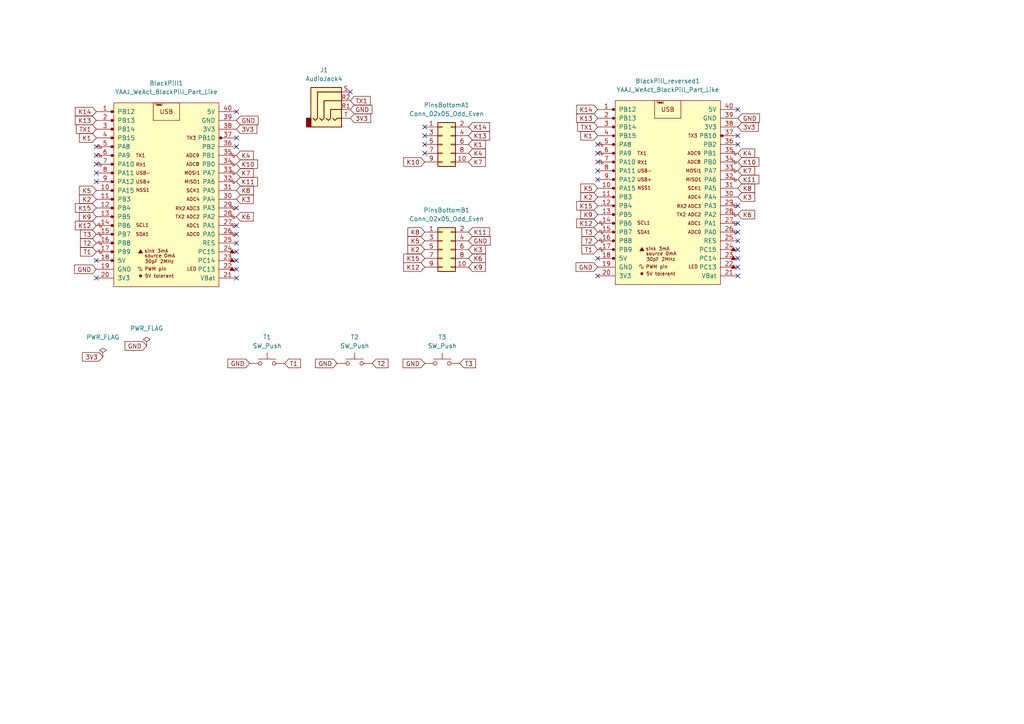
<source format=kicad_sch>
(kicad_sch (version 20211123) (generator eeschema)
  (paper "A4")
  (title_block (title "The Vonreg Keyboard: bottom part") (rev "0.1") (company "Appman"))
  (lib_symbols
    (symbol "Connector:AudioJack4"
      (property "Reference" "J" (at 0 8.89 0))
      (property "Value" "AudioJack4" (at 0 6.35 0))
      (symbol "AudioJack4_0_1"
        (rectangle (start -6.35 -5.08) (end -7.62 -7.62) (stroke (width 0.254)) (fill (type outline)))
        (polyline (pts (xy 0 -5.08) (xy 0.635 -5.715) (xy 1.27 -5.08) (xy 2.54 -5.08)) (stroke (width 0.254)))
        (polyline (pts (xy -5.715 -5.08) (xy -5.08 -5.715) (xy -4.445 -5.08) (xy -4.445 2.54) (xy 2.54 2.54)) (stroke (width 0.254)))
        (polyline (pts (xy -1.905 -5.08) (xy -1.27 -5.715) (xy -0.635 -5.08) (xy -0.635 -2.54) (xy 2.54 -2.54)) (stroke (width 0.254)))
        (polyline (pts (xy 2.54 0) (xy -2.54 0) (xy -2.54 -5.08) (xy -3.175 -5.715) (xy -3.81 -5.08)) (stroke (width 0.254)))
        (rectangle (start 2.54 3.81) (end -6.35 -7.62) (stroke (width 0.254)) (fill (type background)))
      )
      (symbol "AudioJack4_1_1"
        (pin passive line (at 5.08 -2.54 180) (length 2.54) (name "~") (number "R1"))
        (pin passive line (at 5.08 0 180) (length 2.54) (name "~") (number "R2"))
        (pin passive line (at 5.08 2.54 180) (length 2.54) (name "~") (number "S"))
        (pin passive line (at 5.08 -5.08 180) (length 2.54) (name "~") (number "T"))
      )
    )
    (symbol "Connector_Generic:Conn_02x05_Odd_Even" (pin_names (offset 1.016) hide)
      (property "Reference" "J" (at 1.27 7.62 0))
      (property "Value" "Conn_02x05_Odd_Even" (at 1.27 -7.62 0))
      (symbol "Conn_02x05_Odd_Even_1_1"
        (rectangle (start -1.27 -4.953) (end 0 -5.207) (stroke (width 0.1524)))
        (rectangle (start -1.27 -2.413) (end 0 -2.667) (stroke (width 0.1524)))
        (rectangle (start -1.27 0.127) (end 0 -0.127) (stroke (width 0.1524)))
        (rectangle (start -1.27 2.667) (end 0 2.413) (stroke (width 0.1524)))
        (rectangle (start -1.27 5.207) (end 0 4.953) (stroke (width 0.1524)))
        (rectangle (start -1.27 6.35) (end 3.81 -6.35) (stroke (width 0.254)) (fill (type background)))
        (rectangle (start 3.81 -4.953) (end 2.54 -5.207) (stroke (width 0.1524)))
        (rectangle (start 3.81 -2.413) (end 2.54 -2.667) (stroke (width 0.1524)))
        (rectangle (start 3.81 0.127) (end 2.54 -0.127) (stroke (width 0.1524)))
        (rectangle (start 3.81 2.667) (end 2.54 2.413) (stroke (width 0.1524)))
        (rectangle (start 3.81 5.207) (end 2.54 4.953) (stroke (width 0.1524)))
        (pin passive line (at -5.08 5.08 0) (length 3.81) (name "Pin_1") (number "1"))
        (pin passive line (at 7.62 -5.08 180) (length 3.81) (name "Pin_10") (number "10"))
        (pin passive line (at 7.62 5.08 180) (length 3.81) (name "Pin_2") (number "2"))
        (pin passive line (at -5.08 2.54 0) (length 3.81) (name "Pin_3") (number "3"))
        (pin passive line (at 7.62 2.54 180) (length 3.81) (name "Pin_4") (number "4"))
        (pin passive line (at -5.08 0 0) (length 3.81) (name "Pin_5") (number "5"))
        (pin passive line (at 7.62 0 180) (length 3.81) (name "Pin_6") (number "6"))
        (pin passive line (at -5.08 -2.54 0) (length 3.81) (name "Pin_7") (number "7"))
        (pin passive line (at 7.62 -2.54 180) (length 3.81) (name "Pin_8") (number "8"))
        (pin passive line (at -5.08 -5.08 0) (length 3.81) (name "Pin_9") (number "9"))
      )
    )
    (symbol "Switch:SW_Push" (pin_numbers hide) (pin_names (offset 1.016) hide)
      (property "Reference" "SW" (at 1.27 2.54 0))
      (property "Value" "SW_Push" (at 0 -1.524 0))
      (symbol "SW_Push_0_1"
        (circle (center -2.032 0) (radius 0.508))
        (polyline (pts (xy 0 1.27) (xy 0 3.048)))
        (polyline (pts (xy 2.54 1.27) (xy -2.54 1.27)))
        (circle (center 2.032 0) (radius 0.508))
        (pin passive line (at -5.08 0 0) (length 2.54) (name "1") (number "1"))
        (pin passive line (at 5.08 0 180) (length 2.54) (name "2") (number "2"))
      )
    )
    (symbol "blackpill:YAAJ_WeAct_BlackPill_Part_Like" (pin_names (offset 1.016))
      (property "Reference" "U" (at -12.7 27.94 0))
      (property "Value" "YAAJ_WeAct_BlackPill_Part_Like" (at 0 2.54 90))
      (symbol "YAAJ_WeAct_BlackPill_Part_Like_0_0"
        (circle (center -15.748 -20.32) (radius 0.3556) (fill (type outline)))
        (circle (center -15.748 -17.78) (radius 0.3556) (fill (type outline)))
        (circle (center -15.748 -15.24) (radius 0.3556) (fill (type outline)))
        (circle (center -15.748 -12.7) (radius 0.3556) (fill (type outline)))
        (circle (center -15.748 -10.16) (radius 0.3556) (fill (type outline)))
        (circle (center -15.748 -7.62) (radius 0.3556) (fill (type outline)))
        (circle (center -15.748 -5.08) (radius 0.3556) (fill (type outline)))
        (circle (center -15.748 -2.54) (radius 0.3556) (fill (type outline)))
        (circle (center -15.748 0) (radius 0.3556) (fill (type outline)))
        (circle (center -15.748 2.54) (radius 0.3556) (fill (type outline)))
        (circle (center -15.748 5.08) (radius 0.3556) (fill (type outline)))
        (circle (center -15.748 7.62) (radius 0.3556) (fill (type outline)))
        (circle (center -15.748 10.16) (radius 0.3556) (fill (type outline)))
        (circle (center -15.748 12.7) (radius 0.3556) (fill (type outline)))
        (circle (center -15.748 15.24) (radius 0.3556) (fill (type outline)))
        (circle (center -15.748 17.78) (radius 0.3556) (fill (type outline)))
        (circle (center -15.748 22.86) (radius 0.3556) (fill (type outline)))
        (circle (center -7.493 -24.765) (radius 0.127) (fill (type outline)))
        (circle (center -7.493 -24.765) (radius 0.254))
        (circle (center -7.493 -24.765) (radius 0.3556))
        (polyline (pts (xy -8.128 -18.161) (xy -7.493 -17.145) (xy -6.858 -18.161) (xy -8.128 -18.161) (xy -7.493 -17.272) (xy -6.985 -18.161) (xy -8.001 -18.034) (xy -7.493 -17.399) (xy -7.112 -18.161) (xy -7.874 -17.907) (xy -7.366 -17.526) (xy -7.239 -18.161) (xy -7.747 -17.78) (xy -7.239 -17.653) (xy -7.366 -18.034) (xy -7.62 -17.78) (xy -7.366 -17.907) (xy -7.493 -17.653)))
        (polyline (pts (xy 18.415 -23.241) (xy 19.05 -22.225) (xy 19.685 -23.241) (xy 18.415 -23.241) (xy 19.05 -22.352) (xy 19.558 -23.241) (xy 18.542 -23.114) (xy 19.05 -22.479) (xy 19.431 -23.241) (xy 18.669 -22.987) (xy 19.177 -22.606) (xy 19.304 -23.241) (xy 18.796 -22.86) (xy 19.304 -22.733) (xy 19.177 -23.114) (xy 18.923 -22.86) (xy 19.177 -22.987) (xy 19.05 -22.733)))
        (polyline (pts (xy 18.415 -20.701) (xy 19.05 -19.685) (xy 19.685 -20.701) (xy 18.415 -20.701) (xy 19.05 -19.812) (xy 19.558 -20.701) (xy 18.542 -20.574) (xy 19.05 -19.939) (xy 19.431 -20.701) (xy 18.669 -20.447) (xy 19.177 -20.066) (xy 19.304 -20.701) (xy 18.796 -20.32) (xy 19.304 -20.193) (xy 19.177 -20.574) (xy 18.923 -20.32) (xy 19.177 -20.447) (xy 19.05 -20.193)))
        (polyline (pts (xy 18.415 -18.161) (xy 19.05 -17.145) (xy 19.685 -18.161) (xy 18.415 -18.161) (xy 19.05 -17.272) (xy 19.558 -18.161) (xy 18.542 -18.034) (xy 19.05 -17.399) (xy 19.431 -18.161) (xy 18.669 -17.907) (xy 19.177 -17.526) (xy 19.304 -18.161) (xy 18.796 -17.78) (xy 19.304 -17.653) (xy 19.177 -18.034) (xy 18.923 -17.78) (xy 19.177 -17.907) (xy 19.05 -17.653)))
        (circle (center 15.748 15.24) (radius 0.254) (fill (type outline)))
        (circle (center 15.748 15.24) (radius 0.3556))
        (text "30pF 2MHz" (at -2.032 -20.574 0) (effects (font (size 0.9906 0.9906))))
        (text "5V tolerant" (at -2.032 -24.765 0) (effects (font (size 0.9906 0.9906))))
        (text "ADC0" (at 7.747 -12.7 0) (effects (font (size 0.9906 0.9906))))
        (text "ADC1" (at 7.747 -10.16 0) (effects (font (size 0.9906 0.9906))))
        (text "ADC2" (at 7.747 -7.62 0) (effects (font (size 0.9906 0.9906))))
        (text "ADC3" (at 7.747 -5.207 0) (effects (font (size 0.9906 0.9906))))
        (text "ADC4" (at 7.747 -2.54 0) (effects (font (size 0.9906 0.9906))))
        (text "ADC8" (at 7.62 7.62 0) (effects (font (size 0.9906 0.9906))))
        (text "ADC9" (at 7.62 10.16 0) (effects (font (size 0.9906 0.9906))))
        (text "LED" (at 7.366 -22.733 0) (effects (font (size 0.9906 0.9906))))
        (text "MISO1" (at 7.493 2.54 0) (effects (font (size 0.9906 0.9906))))
        (text "MOSI1" (at 7.493 5.08 0) (effects (font (size 0.9906 0.9906))))
        (text "NSS1" (at -6.858 0.127 0) (effects (font (size 0.9906 0.9906))))
        (text "PWM pin" (at -3.175 -22.733 0) (effects (font (size 0.9906 0.9906))))
        (text "RX1" (at -7.366 7.493 0) (effects (font (size 0.9906 0.9906))))
        (text "RX2" (at 4.064 -5.207 0) (effects (font (size 0.9906 0.9906))))
        (text "SCK1" (at 7.747 0 0) (effects (font (size 0.9906 0.9906))))
        (text "SCL1" (at -6.985 -10.033 0) (effects (font (size 0.9906 0.9906))))
        (text "SDA1" (at -6.985 -12.7 0) (effects (font (size 0.9906 0.9906))))
        (text "sink 3mA" (at -2.921 -17.526 0) (effects (font (size 0.9906 0.9906))))
        (text "source 0mA" (at -1.905 -18.923 0) (effects (font (size 0.9906 0.9906))))
        (text "TX1" (at -7.493 10.16 0) (effects (font (size 0.9906 0.9906))))
        (text "TX2" (at 3.937 -7.62 0) (effects (font (size 0.9906 0.9906))))
        (text "TX3" (at 7.239 15.24 0) (effects (font (size 0.9906 0.9906))))
        (text "USB" (at 0 22.86 0) (effects (font (size 1.27 1.27))))
        (text "USB+" (at -6.731 2.54 0) (effects (font (size 0.9906 0.9906))))
        (text "USB-" (at -6.731 5.08 0) (effects (font (size 0.9906 0.9906))))
        (text "Y@@J" (at -2.159 24.892 0) (effects (font (size 0.508 0.508))))
      )
      (symbol "YAAJ_WeAct_BlackPill_Part_Like_0_1"
        (rectangle (start -15.24 25.4) (end 15.24 -27.94) (fill (type background)))
        (polyline (pts (xy -18.796 -17.78) (xy -18.796 -18.288) (xy -19.304 -18.288) (xy -19.304 -17.272) (xy -19.812 -17.272) (xy -19.812 -17.78)))
        (polyline (pts (xy -18.796 -15.24) (xy -18.796 -15.748) (xy -19.304 -15.748) (xy -19.304 -14.732) (xy -19.812 -14.732) (xy -19.812 -15.24)))
        (polyline (pts (xy -18.796 -12.7) (xy -18.796 -13.208) (xy -19.304 -13.208) (xy -19.304 -12.192) (xy -19.812 -12.192) (xy -19.812 -12.7)))
        (polyline (pts (xy -18.796 -10.16) (xy -18.796 -10.668) (xy -19.304 -10.668) (xy -19.304 -9.652) (xy -19.812 -9.652) (xy -19.812 -10.16)))
        (polyline (pts (xy -18.796 7.62) (xy -18.796 7.112) (xy -19.304 7.112) (xy -19.304 8.128) (xy -19.812 8.128) (xy -19.812 7.62)))
        (polyline (pts (xy -18.796 10.16) (xy -18.796 9.652) (xy -19.304 9.652) (xy -19.304 10.668) (xy -19.812 10.668) (xy -19.812 10.16)))
        (polyline (pts (xy -18.796 12.7) (xy -18.796 12.192) (xy -19.304 12.192) (xy -19.304 13.208) (xy -19.812 13.208) (xy -19.812 12.7)))
        (polyline (pts (xy -7.112 -22.733) (xy -7.112 -23.241) (xy -7.62 -23.241) (xy -7.62 -22.225) (xy -8.128 -22.225) (xy -8.128 -22.733)))
        (polyline (pts (xy 19.812 -12.7) (xy 19.812 -13.208) (xy 19.304 -13.208) (xy 19.304 -12.192) (xy 18.796 -12.192) (xy 18.796 -12.7)))
        (polyline (pts (xy 19.812 -10.16) (xy 19.812 -10.668) (xy 19.304 -10.668) (xy 19.304 -9.652) (xy 18.796 -9.652) (xy 18.796 -10.16)))
        (polyline (pts (xy 19.812 -7.62) (xy 19.812 -8.128) (xy 19.304 -8.128) (xy 19.304 -7.112) (xy 18.796 -7.112) (xy 18.796 -7.62)))
        (polyline (pts (xy 19.812 -5.08) (xy 19.812 -5.588) (xy 19.304 -5.588) (xy 19.304 -4.572) (xy 18.796 -4.572) (xy 18.796 -5.08)))
        (polyline (pts (xy 19.812 2.54) (xy 19.812 2.032) (xy 19.304 2.032) (xy 19.304 3.048) (xy 18.796 3.048) (xy 18.796 2.54)))
        (polyline (pts (xy 19.812 5.08) (xy 19.812 4.572) (xy 19.304 4.572) (xy 19.304 5.588) (xy 18.796 5.588) (xy 18.796 5.08)))
        (polyline (pts (xy 19.812 7.62) (xy 19.812 7.112) (xy 19.304 7.112) (xy 19.304 8.128) (xy 18.796 8.128) (xy 18.796 7.62)))
        (polyline (pts (xy 19.812 10.16) (xy 19.812 9.652) (xy 19.304 9.652) (xy 19.304 10.668) (xy 18.796 10.668) (xy 18.796 10.16)))
        (rectangle (start 3.81 25.4) (end -3.81 20.32))
      )
      (symbol "YAAJ_WeAct_BlackPill_Part_Like_1_1"
        (circle (center -15.748 20.32) (radius 0.3556) (fill (type outline)))
        (pin bidirectional line (at -20.32 22.86 0) (length 5.08) (name "PB12") (number "1"))
        (pin bidirectional line (at -20.32 0 0) (length 5.08) (name "PA15") (number "10"))
        (pin bidirectional line (at -20.32 -2.54 0) (length 5.08) (name "PB3") (number "11"))
        (pin bidirectional line (at -20.32 -5.08 0) (length 5.08) (name "PB4") (number "12"))
        (pin bidirectional line (at -20.32 -7.62 0) (length 5.08) (name "PB5") (number "13"))
        (pin bidirectional line (at -20.32 -10.16 0) (length 5.08) (name "PB6") (number "14"))
        (pin bidirectional line (at -20.32 -12.7 0) (length 5.08) (name "PB7") (number "15"))
        (pin bidirectional line (at -20.32 -15.24 0) (length 5.08) (name "PB8") (number "16"))
        (pin bidirectional line (at -20.32 -17.78 0) (length 5.08) (name "PB9") (number "17"))
        (pin power_in line (at -20.32 -20.32 0) (length 5.08) (name "5V") (number "18"))
        (pin power_in line (at -20.32 -22.86 0) (length 5.08) (name "GND") (number "19"))
        (pin bidirectional line (at -20.32 20.32 0) (length 5.08) (name "PB13") (number "2"))
        (pin power_in line (at -20.32 -25.4 0) (length 5.08) (name "3V3") (number "20"))
        (pin power_in line (at 20.32 -25.4 180) (length 5.08) (name "VBat") (number "21"))
        (pin bidirectional line (at 20.32 -22.86 180) (length 5.08) (name "PC13") (number "22"))
        (pin bidirectional line (at 20.32 -20.32 180) (length 5.08) (name "PC14") (number "23"))
        (pin bidirectional line (at 20.32 -17.78 180) (length 5.08) (name "PC15") (number "24"))
        (pin input line (at 20.32 -15.24 180) (length 5.08) (name "RES") (number "25"))
        (pin bidirectional line (at 20.32 -12.7 180) (length 5.08) (name "PA0") (number "26"))
        (pin bidirectional line (at 20.32 -10.16 180) (length 5.08) (name "PA1") (number "27"))
        (pin bidirectional line (at 20.32 -7.62 180) (length 5.08) (name "PA2") (number "28"))
        (pin bidirectional line (at 20.32 -5.08 180) (length 5.08) (name "PA3") (number "29"))
        (pin bidirectional line (at -20.32 17.78 0) (length 5.08) (name "PB14") (number "3"))
        (pin bidirectional line (at 20.32 -2.54 180) (length 5.08) (name "PA4") (number "30"))
        (pin bidirectional line (at 20.32 0 180) (length 5.08) (name "PA5") (number "31"))
        (pin bidirectional line (at 20.32 2.54 180) (length 5.08) (name "PA6") (number "32"))
        (pin bidirectional line (at 20.32 5.08 180) (length 5.08) (name "PA7") (number "33"))
        (pin bidirectional line (at 20.32 7.62 180) (length 5.08) (name "PB0") (number "34"))
        (pin bidirectional line (at 20.32 10.16 180) (length 5.08) (name "PB1") (number "35"))
        (pin bidirectional line (at 20.32 12.7 180) (length 5.08) (name "PB2") (number "36"))
        (pin bidirectional line (at 20.32 15.24 180) (length 5.08) (name "PB10") (number "37"))
        (pin power_in line (at 20.32 17.78 180) (length 5.08) (name "3V3") (number "38"))
        (pin power_in line (at 20.32 20.32 180) (length 5.08) (name "GND") (number "39"))
        (pin bidirectional line (at -20.32 15.24 0) (length 5.08) (name "PB15") (number "4"))
        (pin power_in line (at 20.32 22.86 180) (length 5.08) (name "5V") (number "40"))
        (pin bidirectional line (at -20.32 12.7 0) (length 5.08) (name "PA8") (number "5"))
        (pin bidirectional line (at -20.32 10.16 0) (length 5.08) (name "PA9") (number "6"))
        (pin bidirectional line (at -20.32 7.62 0) (length 5.08) (name "PA10") (number "7"))
        (pin bidirectional line (at -20.32 5.08 0) (length 5.08) (name "PA11") (number "8"))
        (pin bidirectional line (at -20.32 2.54 0) (length 5.08) (name "PA12") (number "9"))
      )
    )
    (symbol "power:PWR_FLAG" (power) (pin_numbers hide) (pin_names (offset 0) hide)
      (property "Value" "PWR_FLAG" (at 0 3.81 0))
      (symbol "PWR_FLAG_0_0"
        (pin power_out line (at 0 0 90) (length 0) (name "pwr") (number "1"))
      )
      (symbol "PWR_FLAG_0_1"
        (polyline (pts (xy 0 0) (xy 0 1.27) (xy -1.016 1.905) (xy 0 2.54) (xy 1.016 1.905) (xy 0 1.27)))
      )
    )
  )
  (no_connect (at 27.94 75.565))
  (no_connect (at 68.58 80.645))
  (no_connect (at 68.58 42.545))
  (no_connect (at 68.58 75.565))
  (no_connect (at 68.58 67.945))
  (no_connect (at 68.58 65.405))
  (no_connect (at 68.58 40.005))
  (no_connect (at 213.995 72.39))
  (no_connect (at 213.995 77.47))
  (no_connect (at 213.995 80.01))
  (no_connect (at 27.94 45.085))
  (no_connect (at 173.355 74.93))
  (no_connect (at 213.995 31.75))
  (no_connect (at 27.94 47.625))
  (no_connect (at 173.355 46.99))
  (no_connect (at 213.995 64.77))
  (no_connect (at 173.355 52.07))
  (no_connect (at 68.58 78.105))
  (no_connect (at 213.995 74.93))
  (no_connect (at 213.995 69.85))
  (no_connect (at 173.355 41.91))
  (no_connect (at 68.58 73.025))
  (no_connect (at 213.995 59.69))
  (no_connect (at 213.995 39.37))
  (no_connect (at 27.94 50.165))
  (no_connect (at 68.58 70.485))
  (no_connect (at 27.94 80.645))
  (no_connect (at 213.995 67.31))
  (no_connect (at 173.355 49.53))
  (no_connect (at 213.995 41.91))
  (no_connect (at 123.19 44.45))
  (no_connect (at 123.19 36.83))
  (no_connect (at 123.19 39.37))
  (no_connect (at 123.19 41.91))
  (no_connect (at 68.58 32.385))
  (no_connect (at 68.58 60.325))
  (no_connect (at 101.6 26.67))
  (no_connect (at 27.94 52.705))
  (no_connect (at 173.355 44.45))
  (no_connect (at 173.355 80.01))
  (no_connect (at 27.94 42.545))
  (global_label "K2" (shape input) (at 27.94 57.785 180) (property "Intersheet References" "${INTERSHEET_REFS}" (effects hide)))
  (global_label "GND" (shape input) (at 72.39 105.41 180) (property "Intersheet References" "${INTERSHEET_REFS}" (effects hide)))
  (global_label "K11" (shape input) (at 135.89 67.31 0) (property "Intersheet References" "${INTERSHEET_REFS}" (effects hide)))
  (global_label "K6" (shape input) (at 135.89 74.93 0) (property "Intersheet References" "${INTERSHEET_REFS}" (effects hide)))
  (global_label "TX1" (shape input) (at 101.6 29.21 0) (property "Intersheet References" "${INTERSHEET_REFS}" (effects hide)))
  (global_label "T2" (shape input) (at 173.355 69.85 180) (property "Intersheet References" "${INTERSHEET_REFS}" (effects hide)))
  (global_label "K13" (shape input) (at 173.355 34.29 180) (property "Intersheet References" "${INTERSHEET_REFS}" (effects hide)))
  (global_label "K13" (shape input) (at 27.94 34.925 180) (property "Intersheet References" "${INTERSHEET_REFS}" (effects hide)))
  (global_label "3V3" (shape input) (at 29.845 103.505 180) (property "Intersheet References" "${INTERSHEET_REFS}" (effects hide)))
  (global_label "T1" (shape input) (at 173.355 72.39 180) (property "Intersheet References" "${INTERSHEET_REFS}" (effects hide)))
  (global_label "K4" (shape input) (at 135.89 44.45 0) (property "Intersheet References" "${INTERSHEET_REFS}" (effects hide)))
  (global_label "K8" (shape input) (at 68.58 55.245 0) (property "Intersheet References" "${INTERSHEET_REFS}" (effects hide)))
  (global_label "T3" (shape input) (at 27.94 67.945 180) (property "Intersheet References" "${INTERSHEET_REFS}" (effects hide)))
  (global_label "K8" (shape input) (at 213.995 54.61 0) (property "Intersheet References" "${INTERSHEET_REFS}" (effects hide)))
  (global_label "K12" (shape input) (at 123.19 77.47 180) (property "Intersheet References" "${INTERSHEET_REFS}" (effects hide)))
  (global_label "K9" (shape input) (at 135.89 77.47 0) (property "Intersheet References" "${INTERSHEET_REFS}" (effects hide)))
  (global_label "K15" (shape input) (at 123.19 74.93 180) (property "Intersheet References" "${INTERSHEET_REFS}" (effects hide)))
  (global_label "K4" (shape input) (at 213.995 44.45 0) (property "Intersheet References" "${INTERSHEET_REFS}" (effects hide)))
  (global_label "T2" (shape input) (at 107.95 105.41 0) (property "Intersheet References" "${INTERSHEET_REFS}" (effects hide)))
  (global_label "K1" (shape input) (at 173.355 39.37 180) (property "Intersheet References" "${INTERSHEET_REFS}" (effects hide)))
  (global_label "K2" (shape input) (at 173.355 57.15 180) (property "Intersheet References" "${INTERSHEET_REFS}" (effects hide)))
  (global_label "K3" (shape input) (at 213.995 57.15 0) (property "Intersheet References" "${INTERSHEET_REFS}" (effects hide)))
  (global_label "GND" (shape input) (at 213.995 34.29 0) (property "Intersheet References" "${INTERSHEET_REFS}" (effects hide)))
  (global_label "TX1" (shape input) (at 173.355 36.83 180) (property "Intersheet References" "${INTERSHEET_REFS}" (effects hide)))
  (global_label "GND" (shape input) (at 135.89 69.85 0) (property "Intersheet References" "${INTERSHEET_REFS}" (effects hide)))
  (global_label "K2" (shape input) (at 123.19 72.39 180) (property "Intersheet References" "${INTERSHEET_REFS}" (effects hide)))
  (global_label "K3" (shape input) (at 68.58 57.785 0) (property "Intersheet References" "${INTERSHEET_REFS}" (effects hide)))
  (global_label "K12" (shape input) (at 173.355 64.77 180) (property "Intersheet References" "${INTERSHEET_REFS}" (effects hide)))
  (global_label "T3" (shape input) (at 173.355 67.31 180) (property "Intersheet References" "${INTERSHEET_REFS}" (effects hide)))
  (global_label "K15" (shape input) (at 173.355 59.69 180) (property "Intersheet References" "${INTERSHEET_REFS}" (effects hide)))
  (global_label "K11" (shape input) (at 68.58 52.705 0) (property "Intersheet References" "${INTERSHEET_REFS}" (effects hide)))
  (global_label "3V3" (shape input) (at 101.6 34.29 0) (property "Intersheet References" "${INTERSHEET_REFS}" (effects hide)))
  (global_label "K5" (shape input) (at 173.355 54.61 180) (property "Intersheet References" "${INTERSHEET_REFS}" (effects hide)))
  (global_label "K11" (shape input) (at 213.995 52.07 0) (property "Intersheet References" "${INTERSHEET_REFS}" (effects hide)))
  (global_label "K1" (shape input) (at 27.94 40.005 180) (property "Intersheet References" "${INTERSHEET_REFS}" (effects hide)))
  (global_label "K14" (shape input) (at 135.89 36.83 0) (property "Intersheet References" "${INTERSHEET_REFS}" (effects hide)))
  (global_label "K1" (shape input) (at 135.89 41.91 0) (property "Intersheet References" "${INTERSHEET_REFS}" (effects hide)))
  (global_label "T1" (shape input) (at 27.94 73.025 180) (property "Intersheet References" "${INTERSHEET_REFS}" (effects hide)))
  (global_label "GND" (shape input) (at 97.79 105.41 180) (property "Intersheet References" "${INTERSHEET_REFS}" (effects hide)))
  (global_label "K6" (shape input) (at 68.58 62.865 0) (property "Intersheet References" "${INTERSHEET_REFS}" (effects hide)))
  (global_label "K5" (shape input) (at 27.94 55.245 180) (property "Intersheet References" "${INTERSHEET_REFS}" (effects hide)))
  (global_label "K7" (shape input) (at 213.995 49.53 0) (property "Intersheet References" "${INTERSHEET_REFS}" (effects hide)))
  (global_label "TX1" (shape input) (at 27.94 37.465 180) (property "Intersheet References" "${INTERSHEET_REFS}" (effects hide)))
  (global_label "K9" (shape input) (at 27.94 62.865 180) (property "Intersheet References" "${INTERSHEET_REFS}" (effects hide)))
  (global_label "K6" (shape input) (at 213.995 62.23 0) (property "Intersheet References" "${INTERSHEET_REFS}" (effects hide)))
  (global_label "K10" (shape input) (at 213.995 46.99 0) (property "Intersheet References" "${INTERSHEET_REFS}" (effects hide)))
  (global_label "GND" (shape input) (at 173.355 77.47 180) (property "Intersheet References" "${INTERSHEET_REFS}" (effects hide)))
  (global_label "GND" (shape input) (at 101.6 31.75 0) (property "Intersheet References" "${INTERSHEET_REFS}" (effects hide)))
  (global_label "T3" (shape input) (at 133.35 105.41 0) (property "Intersheet References" "${INTERSHEET_REFS}" (effects hide)))
  (global_label "K7" (shape input) (at 68.58 50.165 0) (property "Intersheet References" "${INTERSHEET_REFS}" (effects hide)))
  (global_label "K14" (shape input) (at 27.94 32.385 180) (property "Intersheet References" "${INTERSHEET_REFS}" (effects hide)))
  (global_label "GND" (shape input) (at 42.545 100.33 180) (property "Intersheet References" "${INTERSHEET_REFS}" (effects hide)))
  (global_label "K12" (shape input) (at 27.94 65.405 180) (property "Intersheet References" "${INTERSHEET_REFS}" (effects hide)))
  (global_label "GND" (shape input) (at 123.19 105.41 180) (property "Intersheet References" "${INTERSHEET_REFS}" (effects hide)))
  (global_label "T2" (shape input) (at 27.94 70.485 180) (property "Intersheet References" "${INTERSHEET_REFS}" (effects hide)))
  (global_label "K5" (shape input) (at 123.19 69.85 180) (property "Intersheet References" "${INTERSHEET_REFS}" (effects hide)))
  (global_label "K9" (shape input) (at 173.355 62.23 180) (property "Intersheet References" "${INTERSHEET_REFS}" (effects hide)))
  (global_label "K15" (shape input) (at 27.94 60.325 180) (property "Intersheet References" "${INTERSHEET_REFS}" (effects hide)))
  (global_label "K14" (shape input) (at 173.355 31.75 180) (property "Intersheet References" "${INTERSHEET_REFS}" (effects hide)))
  (global_label "T1" (shape input) (at 82.55 105.41 0) (property "Intersheet References" "${INTERSHEET_REFS}" (effects hide)))
  (global_label "3V3" (shape input) (at 213.995 36.83 0) (property "Intersheet References" "${INTERSHEET_REFS}" (effects hide)))
  (global_label "K8" (shape input) (at 123.19 67.31 180) (property "Intersheet References" "${INTERSHEET_REFS}" (effects hide)))
  (global_label "GND" (shape input) (at 68.58 34.925 0) (property "Intersheet References" "${INTERSHEET_REFS}" (effects hide)))
  (global_label "K4" (shape input) (at 68.58 45.085 0) (property "Intersheet References" "${INTERSHEET_REFS}" (effects hide)))
  (global_label "K7" (shape input) (at 135.89 46.99 0) (property "Intersheet References" "${INTERSHEET_REFS}" (effects hide)))
  (global_label "GND" (shape input) (at 27.94 78.105 180) (property "Intersheet References" "${INTERSHEET_REFS}" (effects hide)))
  (global_label "K13" (shape input) (at 135.89 39.37 0) (property "Intersheet References" "${INTERSHEET_REFS}" (effects hide)))
  (global_label "K10" (shape input) (at 123.19 46.99 180) (property "Intersheet References" "${INTERSHEET_REFS}" (effects hide)))
  (global_label "3V3" (shape input) (at 68.58 37.465 0) (property "Intersheet References" "${INTERSHEET_REFS}" (effects hide)))
  (global_label "K3" (shape input) (at 135.89 72.39 0) (property "Intersheet References" "${INTERSHEET_REFS}" (effects hide)))
  (global_label "K10" (shape input) (at 68.58 47.625 0) (property "Intersheet References" "${INTERSHEET_REFS}" (effects hide)))
  (symbol (lib_id "Connector:AudioJack4") (at 96.52 29.21 0) (unit 1)
    (property "Reference" "J1" (at 93.98 20.32 0))
    (property "Value" "AudioJack4" (at 93.98 22.86 0))
    (property "Footprint" "Connector_Audio:TRRS-PJ-320A-dual" (effects hide))
  )
  (symbol (lib_id "Switch:SW_Push") (at 128.27 105.41 0) (unit 1)
    (property "Reference" "T3" (at 128.27 97.79 0))
    (property "Value" "SW_Push" (at 128.27 100.33 0))
    (property "Footprint" "Button_Switch_Keyboard:Kailh_socket_MX_optional_reversible" (effects hide))
  )
  (symbol (lib_id "Switch:SW_Push") (at 102.87 105.41 0) (unit 1)
    (property "Reference" "T2" (at 102.87 97.79 0))
    (property "Value" "SW_Push" (at 102.87 100.33 0))
    (property "Footprint" "Button_Switch_Keyboard:Kailh_socket_MX_optional_reversible" (effects hide))
  )
  (symbol (lib_id "blackpill:YAAJ_WeAct_BlackPill_Part_Like") (at 193.675 54.61 0) (unit 1)
    (property "Reference" "BlackPill_reversed1" (at 193.675 23.495 0))
    (property "Value" "YAAJ_WeAct_BlackPill_Part_Like" (at 193.675 26.035 0))
    (property "Footprint" "Blackpill:YAAJ_WeAct_BlackPill_2" (effects hide))
  )
  (symbol (lib_id "Connector_Generic:Conn_02x05_Odd_Even") (at 128.27 41.91 0) (unit 1)
    (property "Reference" "PinsBottomA1" (at 129.54 30.48 0))
    (property "Value" "Conn_02x05_Odd_Even" (at 129.54 33.02 0))
    (property "Footprint" "Connector_PinHeader_2.54mm:PinHeader_2x05_P2.54mm_Vertical" (effects hide))
  )
  (symbol (lib_id "blackpill:YAAJ_WeAct_BlackPill_Part_Like") (at 48.26 55.245 0) (unit 1)
    (property "Reference" "BlackPill1" (at 48.26 24.13 0))
    (property "Value" "YAAJ_WeAct_BlackPill_Part_Like" (at 48.26 26.67 0))
    (property "Footprint" "Blackpill:YAAJ_WeAct_BlackPill_2" (effects hide))
  )
  (symbol (lib_id "Switch:SW_Push") (at 77.47 105.41 0) (unit 1)
    (property "Reference" "T1" (at 77.47 97.79 0))
    (property "Value" "SW_Push" (at 77.47 100.33 0))
    (property "Footprint" "Button_Switch_Keyboard:Kailh_socket_MX_optional_reversible" (effects hide))
  )
  (symbol (lib_id "power:PWR_FLAG") (at 42.545 100.33 0) (unit 1)
    (property "Reference" "#FLG0102" (effects hide))
    (property "Value" "PWR_FLAG" (at 42.545 95.25 0))
  )
  (symbol (lib_id "power:PWR_FLAG") (at 29.845 103.505 0) (unit 1)
    (property "Reference" "#FLG0101" (effects hide))
    (property "Value" "PWR_FLAG" (at 29.845 97.79 0))
  )
  (symbol (lib_id "Connector_Generic:Conn_02x05_Odd_Even") (at 128.27 72.39 0) (unit 1)
    (property "Reference" "PinsBottomB1" (at 129.54 60.96 0))
    (property "Value" "Conn_02x05_Odd_Even" (at 129.54 63.5 0))
    (property "Footprint" "Connector_PinHeader_2.54mm:PinHeader_2x05_P2.54mm_Vertical" (effects hide))
  )
)
</source>
